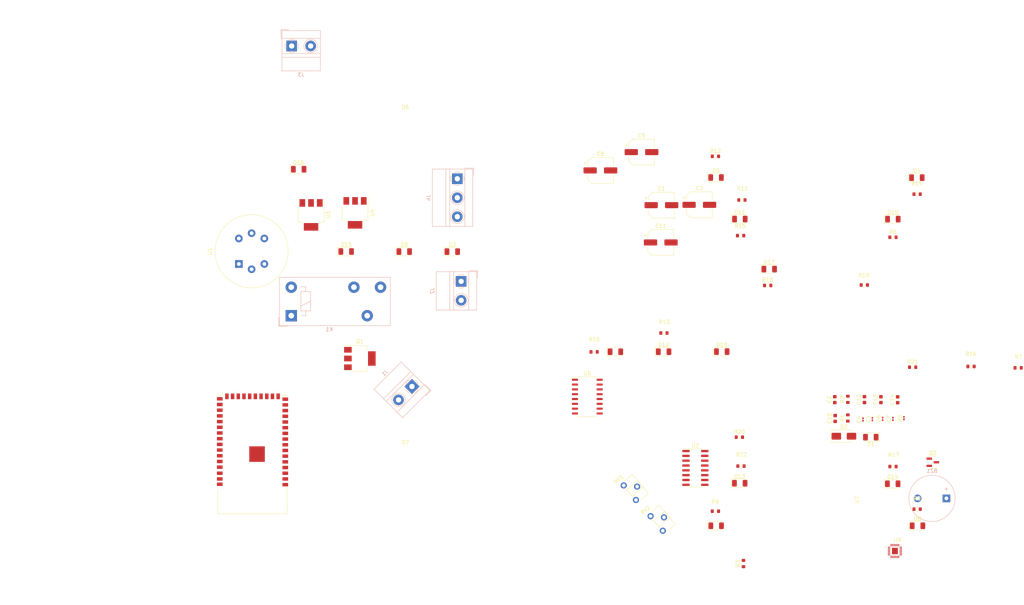
<source format=kicad_pcb>
(kicad_pcb (version 20221018) (generator pcbnew)
  (layers (0 "F.Cu" signal) (31 "B.Cu" signal) (34 "B.Paste" user) (35 "F.Paste" user) (36 "B.SilkS" user "B.Silkscreen") (37 "F.SilkS" user "F.Silkscreen") (38 "B.Mask" user) (39 "F.Mask" user) (44 "Edge.Cuts" user))
  (net 0 "")
  (net 1 "3.3V")
  (net 2 "Net-(BZ1-+)")
  (net 3 "/Controlador/Pin_Sensor_Gas")
  (net 4 "Earth")
  (net 5 "Net-(U1-A1)")
  (net 6 "5V")
  (net 7 "Net-(D2-K)")
  (net 8 "Net-(J4-Pin_3)")
  (net 9 "/Controlador/Pin_Sensor_GasEx")
  (net 10 "Net-(U9-REGOUT)")
  (net 11 "Net-(D1-A)")
  (net 12 "Positivo de Baateria")
  (net 13 "Net-(D3-K)")
  (net 14 "Net-(D3-A)")
  (net 15 "Tira 2")
  (net 16 "Net-(D4-A)")
  (net 17 "Tira 3")
  (net 18 "Net-(D5-A)")
  (net 19 "/Controlador/INPUT_RL")
  (net 20 "Net-(D6-A)")
  (net 21 "/Controlador/OUT_RL")
  (net 22 "Net-(D7-A)")
  (net 24 "Net-(D8-A)")
  (net 26 "Net-(D9-A)")
  (net 28 "Net-(D10-A)")
  (net 30 "Net-(D11-A)")
  (net 32 "Net-(D12-A)")
  (net 34 "Net-(D13-A)")
  (net 35 "Net-(D14-A)")
  (net 36 "Net-(D15-A)")
  (net 37 "Net-(D16-A)")
  (net 38 "Net-(D17-A)")
  (net 39 "Net-(D18-A)")
  (net 40 "Positivo de bateria")
  (net 42 "/Controlador/SALIDA TRANSISTOR")
  (net 44 "/Controlador/Modulo de Diodos/D1")
  (net 45 "Net-(Q1-G)")
  (net 46 "Net-(Q2-B)")
  (net 47 "/Buzzer/Activador del buzzer")
  (net 48 "Activador de transistor")
  (net 49 "/Controlador/Modulo de Diodos/EN_D1")
  (net 50 "/Controlador/Modulo de Diodos/EN_D2")
  (net 51 "/Controlador/Modulo de Diodos/EN_D3")
  (net 52 "/Controlador/Modulo de Diodos/EN_D4")
  (net 53 "/Controlador/Modulo de Diodos/EN_D5")
  (net 54 "/Controlador/Modulo de Diodos/EN_D6")
  (net 55 "/Controlador/Modulo de Diodos/EN_D7")
  (net 56 "/Controlador/Modulo de Diodos/D7")
  (net 57 "/Controlador/Modulo de Diodos/D6")
  (net 58 "/Controlador/Modulo de Diodos/D5")
  (net 59 "/Controlador/Modulo de Diodos/D4")
  (net 60 "/Controlador/Modulo de Diodos/D3")
  (net 61 "/Controlador/Pin_Activador_LEDr")
  (net 63 "GNDREF")
  (net 65 "/Controlador/Pin_Activador_LEDam")
  (net 72 "/Controlador/SDA")
  (net 73 "/Controlador/SCL")
  (net 88 "/Controlador/Pin_Activador_LEDaz")
  (net 98 "/Giroscopio/Salida_Giroscopio")
  (footprint "LED_SMD:LED_1206_3216Metric" (layer "F.Cu") (at 185.148 115.314)
    (fp_text reference "D6" (at -55.33 -64.42) (layer "F.SilkS"))
    (fp_text value "LED")
    (pad "1" smd roundrect (at -1.4 0) (size 1.25 1.75) (layers "F.Cu" "F.Paste" "F.Mask") (roundrect_rratio 0.2) (net 13 "Net-(D3-K)"))
    (pad "2" smd roundrect (at 1.4 0) (size 1.25 1.75) (layers "F.Cu" "F.Paste" "F.Mask") (roundrect_rratio 0.2) (net 20 "Net-(D6-A)"))
  )
  (footprint "Resistor_SMD:R_0603_1608Metric" (layer "F.Cu") (at 211.483 157.304)
    (fp_text reference "R9" (at -0.105 -2.5) (layer "F.SilkS"))
    (fp_text value "220")
    (pad "1" smd roundrect (at -0.825 0) (size 0.8 0.95) (layers "F.Cu" "F.Paste" "F.Mask") (net 6 "5V"))
    (pad "2" smd roundrect (at 0.825 0) (size 0.8 0.95) (layers "F.Cu" "F.Paste" "F.Mask") (net 28 "Net-(D10-A)"))
  )
  (footprint "Resistor_SMD:R_0603_1608Metric" (layer "F.Cu") (at 225.253 97.854)
    (fp_text reference "R18" (at 0 -1.43) (layer "F.SilkS"))
    (fp_text value "220")
    (pad "1" smd roundrect (at -0.825 0) (size 0.8 0.95) (layers "F.Cu" "F.Paste" "F.Mask") (net 6 "5V"))
    (pad "2" smd roundrect (at 0.825 0) (size 0.8 0.95) (layers "F.Cu" "F.Paste" "F.Mask") (net 37 "Net-(D16-A)"))
  )
  (footprint "Capacitor_SMD:C_0603_1608Metric" (layer "F.Cu") (at 242.918 127.919 90)
    (fp_text reference "C2" (at 0 -1.43 90) (layer "F.SilkS"))
    (fp_text value "C")
    (pad "1" smd roundrect (at -0.775 0 90) (size 0.9 0.95) (layers "F.Cu" "F.Paste" "F.Mask") (net 5 "Net-(U1-A1)"))
    (pad "2" smd roundrect (at 0.775 0 90) (size 0.9 0.95) (layers "F.Cu" "F.Paste" "F.Mask") (net 6 "5V"))
  )
  (footprint "Resistor_SMD:R_0603_1608Metric" (layer "F.Cu") (at 211.493 63.854)
    (fp_text reference "R12" (at 0 -1.43) (layer "F.SilkS"))
    (fp_text value "220")
    (pad "1" smd roundrect (at -0.825 0) (size 0.8 0.95) (layers "F.Cu" "F.Paste" "F.Mask") (net 6 "5V"))
    (pad "2" smd roundrect (at 0.825 0) (size 0.8 0.95) (layers "F.Cu" "F.Paste" "F.Mask") (net 18 "Net-(D5-A)"))
  )
  (footprint "LED_SMD:LED_1206_3216Metric" (layer "F.Cu") (at 264.698 161.134)
    (fp_text reference "D8" (at 0 -1.82) (layer "F.SilkS"))
    (fp_text value "LED")
    (pad "1" smd roundrect (at -1.4 0) (size 1.25 1.75) (layers "F.Cu" "F.Paste" "F.Mask") (roundrect_rratio 0.2) (net 13 "Net-(D3-K)"))
    (pad "2" smd roundrect (at 1.4 0) (size 1.25 1.75) (layers "F.Cu" "F.Paste" "F.Mask") (roundrect_rratio 0.2) (net 24 "Net-(D8-A)"))
  )
  (footprint "LED_SMD:LED_1206_3216Metric" (layer "F.Cu") (at 142.19 88.95)
    (fp_text reference "D3" (at 0 -1.82) (layer "F.SilkS"))
    (fp_text value "LED")
    (pad "1" smd roundrect locked (at -1.4 0) (size 1.25 1.75) (layers "F.Cu" "F.Paste" "F.Mask") (roundrect_rratio 0.2) (net 13 "Net-(D3-K)"))
    (pad "2" smd roundrect locked (at 1.4 0) (size 1.25 1.75) (layers "F.Cu" "F.Paste" "F.Mask") (roundrect_rratio 0.2) (net 14 "Net-(D3-A)"))
  )
  (footprint "LED_SMD:LED_1206_3216Metric" (layer "F.Cu") (at 252.4 137.81 180)
    (fp_text reference "D1" (at 0 -1.82) (layer "F.SilkS"))
    (fp_text value "LED")
    (pad "1" smd roundrect (at -1.4 0 180) (size 1.25 1.75) (layers "F.Cu" "F.Paste" "F.Mask") (roundrect_rratio 0.2) (net 4 "Earth"))
    (pad "2" smd roundrect (at 1.4 0 180) (size 1.25 1.75) (layers "F.Cu" "F.Paste" "F.Mask") (roundrect_rratio 0.2) (net 11 "Net-(D1-A)"))
  )
  (footprint "Resistor_SMD:R_0603_1608Metric" (layer "F.Cu") (at 278.793 119.184)
    (fp_text reference locked "R16" (at 0 -3.28) (layer "F.SilkS"))
    (fp_text value "220")
    (pad "1" smd roundrect (at -0.825 0) (size 0.8 0.95) (layers "F.Cu" "F.Paste" "F.Mask") (net 6 "5V"))
    (pad "2" smd roundrect (at 0.825 0) (size 0.8 0.95) (layers "F.Cu" "F.Paste" "F.Mask") (net 36 "Net-(D15-A)"))
  )
  (footprint "LED_SMD:LED_1206_3216Metric" (layer "F.Cu") (at 217.888 149.934)
    (fp_text reference "D13" (at 0 -1.82) (layer "F.SilkS"))
    (fp_text value "LED")
    (pad "1" smd roundrect (at -1.4 0) (size 1.25 1.75) (layers "F.Cu" "F.Paste" "F.Mask") (roundrect_rratio 0.2) (net 15 "Tira 2"))
    (pad "2" smd roundrect (at 1.4 0) (size 1.25 1.75) (layers "F.Cu" "F.Paste" "F.Mask") (roundrect_rratio 0.2) (net 34 "Net-(D13-A)"))
  )
  (footprint "Package_TO_SOT_SMD:SOT-23" (layer "F.Cu") (at 268.7345 144.414)
    (fp_text reference "Q2" (at 0 -2.4) (layer "F.SilkS"))
    (fp_text value "BC817")
    (pad "1" smd roundrect (at -0.9375 -0.95) (size 1.475 0.6) (layers "F.Cu" "F.Paste" "F.Mask") (net 46 "Net-(Q2-B)"))
    (pad "2" smd roundrect (at -0.9375 0.95) (size 1.475 0.6) (layers "F.Cu" "F.Paste" "F.Mask") (net 4 "Earth"))
    (pad "3" smd roundrect (at 0.9375 0) (size 1.475 0.6) (layers "F.Cu" "F.Paste" "F.Mask") (net 2 "Net-(BZ1-+)"))
  )
  (footprint "Capacitor_SMD:C_0603_1608Metric" (layer "F.Cu") (at 243.018 132.879 90)
    (fp_text reference "C10" (at 0 -1.43 90) (layer "F.SilkS"))
    (fp_text value "C")
    (pad "1" smd roundrect (at -0.775 0 90) (size 0.9 0.95) (layers "F.Cu" "F.Paste" "F.Mask") (net 6 "5V"))
    (pad "2" smd roundrect (at 0.775 0 90) (size 0.9 0.95) (layers "F.Cu" "F.Paste" "F.Mask") (net 8 "Net-(J4-Pin_3)"))
  )
  (footprint "Resistor_SMD:R_0603_1608Metric" (layer "F.Cu") (at 291.203 119.554)
    (fp_text reference "R7" (at 0.105 -2.9075) (layer "F.SilkS"))
    (fp_text value "220")
    (pad "1" smd roundrect (at -0.825 0) (size 0.8 0.95) (layers "F.Cu" "F.Paste" "F.Mask") (net 6 "5V"))
    (pad "2" smd roundrect (at 0.825 0) (size 0.8 0.95) (layers "F.Cu" "F.Paste" "F.Mask") (net 26 "Net-(D9-A)"))
  )
  (footprint "Capacitor_SMD:CP_Elec_6.3x7.7" (layer "F.Cu") (at 197.092 86.532)
    (fp_text reference "C11" (at 0 -4.35) (layer "F.SilkS"))
    (fp_text value "4.7 uF")
    (pad "1" smd roundrect (at -2.7 0) (size 3.5 1.6) (layers "F.Cu" "F.Paste" "F.Mask") (roundrect_rratio 0.15625) (net 9 "/Controlador/Pin_Sensor_GasEx"))
    (pad "2" smd roundrect (at 2.7 0) (size 3.5 1.6) (layers "F.Cu" "F.Paste" "F.Mask") (roundrect_rratio 0.15625) (net 4 "Earth"))
  )
  (footprint "Capacitor_SMD:C_0201_0603Metric" (layer "F.Cu") (at 255.518 132.979 90)
    (fp_text reference "C6" (at 0 -1.05 90) (layer "F.SilkS"))
    (fp_text value "100nf")
    (pad "1" smd roundrect (at -0.32 0 90) (size 0.46 0.4) (layers "F.Cu" "F.Mask") (net 1 "3.3V"))
    (pad "2" smd roundrect (at 0.32 0 90) (size 0.46 0.4) (layers "F.Cu" "F.Mask") (net 4 "Earth"))
  )
  (footprint "Capacitor_SMD:CP_Elec_6.3x3" (layer "F.Cu") (at 207.252 76.626)
    (fp_text reference "C3" (at 0 -4.35) (layer "F.SilkS"))
    (fp_text value "100uf")
    (pad "1" smd roundrect (at -2.7 0) (size 3.5 1.6) (layers "F.Cu" "F.Paste" "F.Mask") (roundrect_rratio 0.15625) (net 7 "Net-(D2-K)"))
    (pad "2" smd roundrect (at 2.7 0) (size 3.5 1.6) (layers "F.Cu" "F.Paste" "F.Mask") (roundrect_rratio 0.15625) (net 4 "Earth"))
  )
  (footprint "Resistor_SMD:R_0603_1608Metric" (layer "F.Cu") (at 263.413 119.384)
    (fp_text reference "R21" (at 0 -1.43) (layer "F.SilkS"))
    (fp_text value "220")
    (pad "1" smd roundrect (at -0.825 0) (size 0.8 0.95) (layers "F.Cu" "F.Paste" "F.Mask") (net 6 "5V"))
    (pad "2" smd roundrect (at 0.825 0) (size 0.8 0.95) (layers "F.Cu" "F.Paste" "F.Mask") (net 38 "Net-(D17-A)"))
  )
  (footprint "Sensor:MQ-6" (layer "F.Cu") (at 85.99 92.202 90)
    (fp_text reference "U1" (at 3.36 -7.64 90) (layer "F.SilkS"))
    (fp_text value "MQ-6")
    (pad "1" thru_hole rect (at 0 0 90) (size 2 2) (drill 1) (layers "*.Cu" "*.Mask") (net 3 "/Controlador/Pin_Sensor_Gas"))
    (pad "2" thru_hole circle (at -1.39 3.36 90) (size 2 2) (drill 1) (layers "*.Cu" "*.Mask") (net 5 "Net-(U1-A1)"))
    (pad "3" thru_hole circle (at 0 6.72 180) (size 2 2) (drill 1) (layers "*.Cu" "*.Mask") (net 3 "/Controlador/Pin_Sensor_Gas"))
    (pad "4" thru_hole circle (at 6.72 6.72 270) (size 2 2) (drill 1) (layers "*.Cu" "*.Mask") (net 5 "Net-(U1-A1)"))
    (pad "5" thru_hole circle (at 8.11 3.36 90) (size 2 2) (drill 1) (layers "*.Cu" "*.Mask") (net 4 "Earth"))
    (pad "6" thru_hole circle (at 6.72 0) (size 2 2) (drill 1) (layers "*.Cu" "*.Mask") (net 5 "Net-(U1-A1)"))
  )
  (footprint "Capacitor_SMD:C_0603_1608Metric" (layer "F.Cu") (at 250.728 127.914 90)
    (fp_text reference "C12" (at 0 -1.43 90) (layer "F.SilkS"))
    (fp_text value "0.1μF")
    (pad "1" smd roundrect (at -0.775 0 90) (size 0.9 0.95) (layers "F.Cu" "F.Paste" "F.Mask") (net 4 "Earth"))
    (pad "2" smd roundrect (at 0.775 0 90) (size 0.9 0.95) (layers "F.Cu" "F.Paste" "F.Mask") (net 1 "3.3V"))
  )
  (footprint "Resistor_SMD:R_0603_1608Metric" (layer "F.Cu") (at 258.233 85.164)
    (fp_text reference "R6" (at 0 -1.43) (layer "F.SilkS"))
    (fp_text value "220")
    (pad "1" smd roundrect (at -0.825 0) (size 0.8 0.95) (layers "F.Cu" "F.Paste" "F.Mask") (net 6 "5V"))
    (pad "2" smd roundrect (at 0.825 0) (size 0.8 0.95) (layers "F.Cu" "F.Paste" "F.Mask") (net 24 "Net-(D8-A)"))
  )
  (footprint "Capacitor_SMD:C_0603_1608Metric" (layer "F.Cu") (at 255.068 127.929 90)
    (fp_text reference "C13" (at 0 -1.43 90) (layer "F.SilkS"))
    (fp_text value "0.1μF")
    (pad "1" smd roundrect (at -0.775 0 90) (size 0.9 0.95) (layers "F.Cu" "F.Paste" "F.Mask") (net 10 "Net-(U9-REGOUT)"))
    (pad "2" smd roundrect (at 0.775 0 90) (size 0.9 0.95) (layers "F.Cu" "F.Paste" "F.Mask") (net 4 "Earth"))
  )
  (footprint "Package_SO:SOIC-16_4.55x10.3mm_P1.27mm" (layer "F.Cu") (at 177.748 127.127)
    (fp_text reference "U5" (at 0 -6.1) (layer "F.SilkS"))
    (fp_text value "ULN2003")
    (pad "1" smd roundrect (at -3.25 -4.445) (size 1.6 0.55) (layers "F.Cu" "F.Paste" "F.Mask") (net 61 "/Controlador/Pin_Activador_LEDr"))
    (pad "2" smd roundrect (at -3.25 -3.175) (size 1.6 0.55) (layers "F.Cu" "F.Paste" "F.Mask") (net 65 "/Controlador/Pin_Activador_LEDam"))
    (pad "3" smd roundrect (at -3.25 -1.905) (size 1.6 0.55) (layers "F.Cu" "F.Paste" "F.Mask") (net 88 "/Controlador/Pin_Activador_LEDaz"))
    (pad "4" smd roundrect (at -3.25 -0.635) (size 1.6 0.55) (layers "F.Cu" "F.Paste" "F.Mask"))
    (pad "5" smd roundrect (at -3.25 0.635) (size 1.6 0.55) (layers "F.Cu" "F.Paste" "F.Mask"))
    (pad "6" smd roundrect (at -3.25 1.905) (size 1.6 0.55) (layers "F.Cu" "F.Paste" "F.Mask"))
    (pad "7" smd roundrect (at -3.25 3.175) (size 1.6 0.55) (layers "F.Cu" "F.Paste" "F.Mask"))
    (pad "8" smd roundrect (at -3.25 4.445) (size 1.6 0.55) (layers "F.Cu" "F.Paste" "F.Mask") (net 63 "GNDREF"))
    (pad "9" smd roundrect (at 3.25 4.445) (size 1.6 0.55) (layers "F.Cu" "F.Paste" "F.Mask") (net 63 "GNDREF"))
    (pad "10" smd roundrect (at 3.25 3.175) (size 1.6 0.55) (layers "F.Cu" "F.Paste" "F.Mask"))
    (pad "11" smd roundrect (at 3.25 1.905) (size 1.6 0.55) (layers "F.Cu" "F.Paste" "F.Mask"))
    (pad "12" smd roundrect (at 3.25 0.635) (size 1.6 0.55) (layers "F.Cu" "F.Paste" "F.Mask"))
    (pad "13" smd roundrect (at 3.25 -0.635) (size 1.6 0.55) (layers "F.Cu" "F.Paste" "F.Mask"))
    (pad "14" smd roundrect (at 3.25 -1.905) (size 1.6 0.55) (layers "F.Cu" "F.Paste" "F.Mask") (net 17 "Tira 3"))
    (pad "15" smd roundrect (at 3.25 -3.175) (size 1.6 0.55) (layers "F.Cu" "F.Paste" "F.Mask") (net 15 "Tira 2"))
    (pad "16" smd roundrect (at 3.25 -4.445) (size 1.6 0.55) (layers "F.Cu" "F.Paste" "F.Mask") (net 13 "Net-(D3-K)"))
  )
  (footprint "LED_SMD:LED_1206_3216Metric" (layer "F.Cu") (at 258.168 150.074)
    (fp_text reference "D14" (at 0 -1.82) (layer "F.SilkS"))
    (fp_text value "LED")
    (pad "1" smd roundrect (at -1.4 0) (size 1.25 1.75) (layers "F.Cu" "F.Paste" "F.Mask") (roundrect_rratio 0.2) (net 15 "Tira 2"))
    (pad "2" smd roundrect (at 1.4 0) (size 1.25 1.75) (layers "F.Cu" "F.Paste" "F.Mask") (roundrect_rratio 0.2) (net 35 "Net-(D14-A)"))
  )
  (footprint "Resistor_SMD:R_0603_1608Metric" (layer "F.Cu") (at 179.543 115.354)
    (fp_text reference "R10" (at 0 -3.28) (layer "F.SilkS"))
    (fp_text value "220")
    (pad "1" smd roundrect (at -0.825 0) (size 0.8 0.95) (layers "F.Cu" "F.Paste" "F.Mask") (net 6 "5V"))
    (pad "2" smd roundrect (at 0.825 0) (size 0.8 0.95) (layers "F.Cu" "F.Paste" "F.Mask") (net 20 "Net-(D6-A)"))
  )
  (footprint "Resistor_SMD:R_0603_1608Metric" (layer "F.Cu") (at 218.453 75.354)
    (fp_text reference "R11" (at 0.15 -3.04) (layer "F.SilkS"))
    (fp_text value "220")
    (pad "1" smd roundrect (at -0.825 0) (size 0.8 0.95) (layers "F.Cu" "F.Paste" "F.Mask") (net 6 "5V"))
    (pad "2" smd roundrect (at 0.825 0) (size 0.8 0.95) (layers "F.Cu" "F.Paste" "F.Mask") (net 30 "Net-(D11-A)"))
  )
  (footprint "RF_Module:ESP32-S2-WROVER" (layer "F.Cu") (at 89.59 138.53 180)
    (fp_text reference "U7" (at -159.178 -15.774 90) (layer "F.SilkS"))
    (fp_text value "ESP32-S2-WROVER-I")
    (pad "1" smd rect (at -8.625 -11.775 180) (size 1.5 0.9) (layers "F.Cu" "F.Paste" "F.Mask") (net 4 "Earth"))
    (pad "2" smd rect (at -8.625 -10.275 180) (size 1.5 0.9) (layers "F.Cu" "F.Paste" "F.Mask") (net 1 "3.3V"))
    (pad "3" smd rect (at -8.625 -8.775 180) (size 1.5 0.9) (layers "F.Cu" "F.Paste" "F.Mask"))
    (pad "4" smd rect (at -8.625 -7.275 180) (size 1.5 0.9) (layers "F.Cu" "F.Paste" "F.Mask") (net 3 "/Controlador/Pin_Sensor_Gas"))
    (pad "5" smd rect (at -8.625 -5.775 180) (size 1.5 0.9) (layers "F.Cu" "F.Paste" "F.Mask") (net 9 "/Controlador/Pin_Sensor_GasEx"))
    (pad "6" smd rect (at -8.625 -4.275 180) (size 1.5 0.9) (layers "F.Cu" "F.Paste" "F.Mask"))
    (pad "7" smd rect (at -8.625 -2.775 180) (size 1.5 0.9) (layers "F.Cu" "F.Paste" "F.Mask"))
    (pad "8" smd rect (at -8.625 -1.275 180) (size 1.5 0.9) (layers "F.Cu" "F.Paste" "F.Mask"))
    (pad "9" smd rect (at -8.625 0.225 180) (size 1.5 0.9) (layers "F.Cu" "F.Paste" "F.Mask"))
    (pad "10" smd rect (at -8.625 1.725 180) (size 1.5 0.9) (layers "F.Cu" "F.Paste" "F.Mask"))
    (pad "11" smd rect (at -8.625 3.225 180) (size 1.5 0.9) (layers "F.Cu" "F.Paste" "F.Mask") (net 72 "/Controlador/SDA"))
    (pad "12" smd rect (at -8.625 4.725 180) (size 1.5 0.9) (layers "F.Cu" "F.Paste" "F.Mask") (net 73 "/Controlador/SCL"))
    (pad "13" smd rect (at -8.625 6.225 180) (size 1.5 0.9) (layers "F.Cu" "F.Paste" "F.Mask"))
    (pad "14" smd rect (at -8.625 7.725 180) (size 1.5 0.9) (layers "F.Cu" "F.Paste" "F.Mask"))
    (pad "15" smd rect (at -8.625 9.225) (size 1.5 0.9) (layers "F.Cu" "F.Paste" "F.Mask"))
    (pad "16" smd rect (at -8.625 10.725) (size 1.5 0.9) (layers "F.Cu" "F.Paste" "F.Mask"))
    (pad "17" smd rect (at -6.75 11.475 180) (size 0.9 1.5) (layers "F.Cu" "F.Paste" "F.Mask"))
    (pad "18" smd rect (at -5.25 11.475 180) (size 0.9 1.5) (layers "F.Cu" "F.Paste" "F.Mask"))
    (pad "19" smd rect (at -3.75 11.475 180) (size 0.9 1.5) (layers "F.Cu" "F.Paste" "F.Mask"))
    (pad "20" smd rect (at -2.25 11.475 180) (size 0.9 1.5) (layers "F.Cu" "F.Paste" "F.Mask"))
    (pad "21" smd rect (at -0.75 11.475 180) (size 0.9 1.5) (layers "F.Cu" "F.Paste" "F.Mask"))
    (pad "22" smd rect (at 0.75 11.475 180) (size 0.9 1.5) (layers "F.Cu" "F.Paste" "F.Mask"))
    (pad "23" smd rect (at 2.25 11.475 180) (size 0.9 1.5) (layers "F.Cu" "F.Paste" "F.Mask"))
    (pad "24" smd rect (at 3.75 11.475 180) (size 0.9 1.5) (layers "F.Cu" "F.Paste" "F.Mask"))
    (pad "25" smd rect (at 5.25 11.475 180) (size 0.9 1.5) (layers "F.Cu" "F.Paste" "F.Mask") (net 49 "/Controlador/Modulo de Diodos/EN_D1"))
    (pad "26" smd rect (at 6.75 11.475 180) (size 0.9 1.5) (layers "F.Cu" "F.Paste" "F.Mask") (net 4 "Earth"))
    (pad "27" smd rect (at 8.625 10.825 180) (size 1.5 0.9) (layers "F.Cu" "F.Paste" "F.Mask") (net 50 "/Controlador/Modulo de Diodos/EN_D2"))
    (pad "28" smd rect (at 8.625 9.325 180) (size 1.5 0.9) (layers "F.Cu" "F.Paste" "F.Mask"))
    (pad "29" smd rect (at 8.625 7.825 180) (size 1.5 0.9) (layers "F.Cu" "F.Paste" "F.Mask"))
    (pad "30" smd rect (at 8.625 6.325 180) (size 1.5 0.9) (layers "F.Cu" "F.Paste" "F.Mask") (net 65 "/Controlador/Pin_Activador_LEDam"))
    (pad "31" smd rect (at 8.625 4.825 180) (size 1.5 0.9) (layers "F.Cu" "F.Paste" "F.Mask") (net 88 "/Controlador/Pin_Activador_LEDaz"))
    (pad "32" smd rect (at 8.625 3.325 180) (size 1.5 0.9) (layers "F.Cu" "F.Paste" "F.Mask") (net 61 "/Controlador/Pin_Activador_LEDr"))
    (pad "33" smd rect (at 8.625 1.825 180) (size 1.5 0.9) (layers "F.Cu" "F.Paste" "F.Mask"))
    (pad "34" smd rect (at 8.625 0.325 180) (size 1.5 0.9) (layers "F.Cu" "F.Paste" "F.Mask"))
    (pad "35" smd rect (at 8.625 -1.175 180) (size 1.5 0.9) (layers "F.Cu" "F.Paste" "F.Mask"))
    (pad "36" smd rect (at 8.625 -2.675 180) (size 1.5 0.9) (layers "F.Cu" "F.Paste" "F.Mask"))
    (pad "37" smd rect (at 8.625 -4.175 180) (size 1.5 0.9) (layers "F.Cu" "F.Paste" "F.Mask"))
    (pad "38" smd rect (at 8.625 -5.675 180) (size 1.5 0.9) (layers "F.Cu" "F.Paste" "F.Mask"))
    (pad "39" smd rect (at 8.625 -7.175 180) (size 1.5 0.9) (layers "F.Cu" "F.Paste" "F.Mask") (net 47 "/Buzzer/Activador del buzzer"))
    (pad "40" smd rect (at 8.625 -8.775 180) (size 1.5 0.9) (layers "F.Cu" "F.Paste" "F.Mask"))
    (pad "41" smd rect (at 8.625 -10.275 180) (size 1.5 0.9) (layers "F.Cu" "F.Paste" "F.Mask"))
    (pad "42" smd rect (at 8.625 -11.675 180) (size 1.5 0.9) (layers "F.Cu" "F.Paste" "F.Mask") (net 4 "Earth"))
    (pad "43" smd rect (at -1.19 -3.735 180) (size 4.1 4.1) (layers "F.Cu" "F.Paste" "F.Mask") (net 4 "Earth"))
  )
  (footprint "LED_SMD:LED_1206_3216Metric" (layer "F.Cu") (at 114.25 88.92)
    (fp_text reference "D15" (at 0 -1.82) (layer "F.SilkS"))
    (fp_text value "LED")
    (pad "1" smd roundrect locked (at -1.4 0) (size 1.25 1.75) (layers "F.Cu" "F.Paste" "F.Mask") (roundrect_rratio 0.2) (net 17 "Tira 3"))
    (pad "2" smd roundrect locked (at 1.4 0) (size 1.25 1.75) (layers "F.Cu" "F.Paste" "F.Mask") (roundrect_rratio 0.2) (net 36 "Net-(D15-A)"))
  )
  (footprint "Resistor_SMD:R_0201_0603Metric" (layer "F.Cu") (at 261.128 132.804 90)
    (fp_text reference "R5" (at 0 -1.05 90) (layer "F.SilkS"))
    (fp_text value "220")
    (pad "1" smd roundrect (at -0.32 0 90) (size 0.46 0.4) (layers "F.Cu" "F.Mask") (net 12 "Positivo de Baateria"))
    (pad "2" smd roundrect (at 0.32 0 90) (size 0.46 0.4) (layers "F.Cu" "F.Mask") (net 11 "Net-(D1-A)"))
  )
  (footprint "Resistor_SMD:R_0603_1608Metric" (layer "F.Cu") (at 246.358 132.754 90)
    (fp_text reference "R1" (at 0 -1.43 90) (layer "F.SilkS"))
    (fp_text value "100")
    (pad "1" smd roundrect (at -0.825 0 90) (size 0.8 0.95) (layers "F.Cu" "F.Paste" "F.Mask") (net 9 "/Controlador/Pin_Sensor_GasEx"))
    (pad "2" smd roundrect (at 0.825 0 90) (size 0.8 0.95) (layers "F.Cu" "F.Paste" "F.Mask") (net 4 "Earth"))
  )
  (footprint "Diode_SMD:D_SMA" (layer "F.Cu") (at 245.32 137.556)
    (fp_text reference "D2" (at 0 -2.5) (layer "F.SilkS"))
    (fp_text value "M1")
    (pad "1" smd roundrect (at -2 0) (size 2.5 1.8) (layers "F.Cu" "F.Paste" "F.Mask") (roundrect_rratio 0.1388888889) (net 7 "Net-(D2-K)"))
    (pad "2" smd roundrect (at 2 0) (size 2.5 1.8) (layers "F.Cu" "F.Paste" "F.Mask") (roundrect_rratio 0.1388888889) (net 12 "Positivo de Baateria"))
  )
  (footprint "Resistor_SMD:R_0603_1608Metric" (layer "F.Cu") (at 250.693 97.734)
    (fp_text reference "R19" (at -0.105 -2.5) (layer "F.SilkS"))
    (fp_text value "220")
    (pad "1" smd roundrect (at -0.825 0) (size 0.8 0.95) (layers "F.Cu" "F.Paste" "F.Mask") (net 6 "5V"))
    (pad "2" smd roundrect (at 0.825 0) (size 0.8 0.95) (layers "F.Cu" "F.Paste" "F.Mask") (net 14 "Net-(D3-A)"))
  )
  (footprint "LED_SMD:LED_1206_3216Metric" (layer "F.Cu") (at 225.648 93.554)
    (fp_text reference "D17" (at 0 -1.82) (layer "F.SilkS"))
    (fp_text value "LED")
    (pad "1" smd roundrect (at -1.4 0) (size 1.25 1.75) (layers "F.Cu" "F.Paste" "F.Mask") (roundrect_rratio 0.2) (net 17 "Tira 3"))
    (pad "2" smd roundrect (at 1.4 0) (size 1.25 1.75) (layers "F.Cu" "F.Paste" "F.Mask") (roundrect_rratio 0.2) (net 38 "Net-(D17-A)"))
  )
  (footprint "Resistor_SMD:R_0603_1608Metric" (layer "F.Cu") (at 217.793 137.81)
    (fp_text reference "R20" (at 0 -1.43) (layer "F.SilkS"))
    (fp_text value "220")
    (pad "1" smd roundrect (at -0.825 0) (size 0.8 0.95) (layers "F.Cu" "F.Paste" "F.Mask") (net 48 "Activador de transistor"))
    (pad "2" smd roundrect (at 0.825 0) (size 0.8 0.95) (layers "F.Cu" "F.Paste" "F.Mask") (net 45 "Net-(Q1-G)"))
  )
  (footprint "Package_TO_SOT_SMD:SOT-223" (layer "F.Cu") (at 117.856 117.094)
    (fp_text reference "Q1" (at 0 -4.5) (layer "F.SilkS"))
    (fp_text value "BSP75N")
    (pad "1" smd rect (at -3.15 -2.3) (size 2 1.5) (layers "F.Cu" "F.Paste" "F.Mask") (net 45 "Net-(Q1-G)"))
    (pad "2" smd rect (at -3.15 0) (size 2 1.5) (layers "F.Cu" "F.Paste" "F.Mask") (net 42 "/Controlador/SALIDA TRANSISTOR"))
    (pad "3" smd rect (at -3.15 2.3) (size 2 1.5) (layers "F.Cu" "F.Paste" "F.Mask") (net 4 "Earth"))
    (pad "4" smd rect (at 3.15 0) (size 2 3.8) (layers "F.Cu" "F.Paste" "F.Mask") (net 4 "Earth"))
  )
  (footprint "Resistor_SMD:R_0603_1608Metric" (layer "F.Cu") (at 246.358 127.844 90)
    (fp_text reference "R2" (at 0 -1.43 90) (layer "F.SilkS"))
    (fp_text value "100")
    (pad "1" smd roundrect (at -0.825 0 90) (size 0.8 0.95) (layers "F.Cu" "F.Paste" "F.Mask") (net 3 "/Controlador/Pin_Sensor_Gas"))
    (pad "2" smd roundrect (at 0.825 0 90) (size 0.8 0.95) (layers "F.Cu" "F.Paste" "F.Mask") (net 4 "Earth"))
  )
  (footprint "Resistor_SMD:R_0603_1608Metric" (layer "F.Cu") (at 218.213 145.424)
    (fp_text reference "R22" (at 0.15 -3.04) (layer "F.SilkS"))
    (fp_text value "220")
    (pad "1" smd roundrect (at -0.825 0) (size 0.8 0.95) (layers "F.Cu" "F.Paste" "F.Mask") (net 6 "5V"))
    (pad "2" smd roundrect (at 0.825 0) (size 0.8 0.95) (layers "F.Cu" "F.Paste" "F.Mask") (net 39 "Net-(D18-A)"))
  )
  (footprint "LED_SMD:LED_1206_3216Metric" (layer "F.Cu") (at 264.528 69.464)
    (fp_text reference "D4" (at 0 -1.82) (layer "F.SilkS"))
    (fp_text value "LED")
    (pad "1" smd roundrect (at -1.4 0) (size 1.25 1.75) (layers "F.Cu" "F.Paste" "F.Mask") (roundrect_rratio 0.2) (net 13 "Net-(D3-K)"))
    (pad "2" smd roundrect (at 1.4 0) (size 1.25 1.75) (layers "F.Cu" "F.Paste" "F.Mask") (roundrect_rratio 0.2) (net 16 "Net-(D4-A)"))
  )
  (footprint "Capacitor_SMD:CP_Elec_6.3x3" (layer "F.Cu") (at 192.024 62.738)
    (fp_text reference "C9" (at 0 -4.35) (layer "F.SilkS"))
    (fp_text value "22uf")
    (pad "1" smd roundrect (at -2.7 0) (size 3.5 1.6) (layers "F.Cu" "F.Paste" "F.Mask") (roundrect_rratio 0.15625) (net 6 "5V"))
    (pad "2" smd roundrect (at 2.7 0) (size 3.5 1.6) (layers "F.Cu" "F.Paste" "F.Mask") (roundrect_rratio 0.15625) (net 4 "Earth"))
  )
  (footprint "Resistor_SMD:R_0603_1608Metric" (layer "F.Cu") (at 218.113 84.734)
    (fp_text reference "R15" (at -0.105 -2.5) (layer "F.SilkS"))
    (fp_text value "220")
    (pad "1" smd roundrect (at -0.825 0) (size 0.8 0.95) (layers "F.Cu" "F.Paste" "F.Mask") (net 6 "5V"))
    (pad "2" smd roundrect (at 0.825 0) (size 0.8 0.95) (layers "F.Cu" "F.Paste" "F.Mask") (net 34 "Net-(D13-A)"))
  )
  (footprint "Capacitor_SMD:C_0201_0603Metric" (layer "F.Cu") (at 250.348 133.144 90)
    (fp_text reference "C4" (at 0 -1.05 90) (layer "F.SilkS"))
    (fp_text value "100nf")
    (pad "1" smd roundrect (at -0.32 0 90) (size 0.46 0.4) (layers "F.Cu" "F.Mask") (net 7 "Net-(D2-K)"))
    (pad "2" smd roundrect (at 0.32 0 90) (size 0.46 0.4) (layers "F.Cu" "F.Mask") (net 4 "Earth"))
  )
  (footprint "LED_SMD:LED_1206_3216Metric" (layer "F.Cu") (at 211.678 161.134)
    (fp_text reference "D7" (at -81.83 -21.93) (layer "F.SilkS"))
    (fp_text value "LED")
    (pad "1" smd roundrect (at -1.4 0) (size 1.25 1.75) (layers "F.Cu" "F.Paste" "F.Mask") (roundrect_rratio 0.2) (net 13 "Net-(D3-K)"))
    (pad "2" smd roundrect (at 1.4 0) (size 1.25 1.75) (layers "F.Cu" "F.Paste" "F.Mask") (roundrect_rratio 0.2) (net 22 "Net-(D7-A)"))
  )
  (footprint "Potentiometer_THT:Potentiometer_ACP_CA6-H2,5_Horizontal" (layer "F.Cu") (at 187.344062 150.513778 40)
    (fp_text reference "RV1" (at 0 -2.06 40) (layer "F.SilkS"))
    (fp_text value "60K")
    (pad "1" thru_hole circle (at 0 0 40) (size 1.62 1.62) (drill 0.9) (layers "*.Cu" "*.Mask") (net 3 "/Controlador/Pin_Sensor_Gas"))
    (pad "2" thru_hole circle (at 2.5 2.5 40) (size 1.62 1.62) (drill 0.9) (layers "*.Cu" "*.Mask") (net 4 "Earth"))
    (pad "3" thru_hole circle (at 0 5 40) (size 1.62 1.62) (drill 0.9) (layers "*.Cu" "*.Mask") (net 4 "Earth"))
  )
  (footprint "Capacitor_SMD:C_0201_0603Metric" (layer "F.Cu") (at 252.818 133.064 90)
    (fp_text reference "C5" (at 0 -1.05 90) (layer "F.SilkS"))
    (fp_text value "100nf")
    (pad "1" smd roundrect (at -0.32 0 90) (size 0.46 0.4) (layers "F.Cu" "F.Mask") (net 7 "Net-(D2-K)"))
    (pad "2" smd roundrect (at 0.32 0 90) (size 0.46 0.4) (layers "F.Cu" "F.Mask") (net 4 "Earth"))
  )
  (footprint "Resistor_SMD:R_0603_1608Metric" (layer "F.Cu") (at 197.923 110.374)
    (fp_text reference "R13" (at 0.105 -2.9075) (layer "F.SilkS"))
    (fp_text value "220")
    (pad "1" smd roundrect (at -0.825 0) (size 0.8 0.95) (layers "F.Cu" "F.Paste" "F.Mask") (net 6 "5V"))
    (pad "2" smd roundrect (at 0.825 0) (size 0.8 0.95) (layers "F.Cu" "F.Paste" "F.Mask") (net 32 "Net-(D12-A)"))
  )
  (footprint "Resistor_SMD:R_0603_1608Metric" (layer "F.Cu") (at 264.593 73.814)
    (fp_text reference "R14" (at -0.045 -2.7825) (layer "F.SilkS"))
    (fp_text value "220")
    (pad "1" smd roundrect (at -0.825 0) (size 0.8 0.95) (layers "F.Cu" "F.Paste" "F.Mask") (net 6 "5V"))
    (pad "2" smd roundrect (at 0.825 0) (size 0.8 0.95) (layers "F.Cu" "F.Paste" "F.Mask") (net 16 "Net-(D4-A)"))
  )
  (footprint "LED_SMD:LED_1206_3216Metric" (layer "F.Cu") (at 211.648 69.434)
    (fp_text reference "D5" (at 0 -1.82) (layer "F.SilkS"))
    (fp_text value "LED")
    (pad "1" smd roundrect (at -1.4 0) (size 1.25 1.75) (layers "F.Cu" "F.Paste" "F.Mask") (roundrect_rratio 0.2) (net 13 "Net-(D3-K)"))
    (pad "2" smd roundrect (at 1.4 0) (size 1.25 1.75) (layers "F.Cu" "F.Paste" "F.Mask") (roundrect_rratio 0.2) (net 18 "Net-(D5-A)"))
  )
  (footprint "LED_SMD:LED_1206_3216Metric" (layer "F.Cu") (at 213.158 115.274)
    (fp_text reference "D18" (at 0 -1.82) (layer "F.SilkS"))
    (fp_text value "LED")
    (pad "1" smd roundrect (at -1.4 0) (size 1.25 1.75) (layers "F.Cu" "F.Paste" "F.Mask") (roundrect_rratio 0.2) (net 17 "Tira 3"))
    (pad "2" smd roundrect (at 1.4 0) (size 1.25 1.75) (layers "F.Cu" "F.Paste" "F.Mask") (roundrect_rratio 0.2) (net 39 "Net-(D18-A)"))
  )
  (footprint "MPU-6500:QFN40P300X300X95-25N" (layer "F.Cu") (at 258.75 167.782)
    (fp_text reference "U9" (at 0.675 -2.885) (layer "F.SilkS"))
    (fp_text value "MPU-6500")
    (pad "1" smd roundrect (at -1.545 -1) (size 0.64 0.22) (layers "F.Cu" "F.Paste" "F.Mask") (roundrect_rratio 0.03))
    (pad "2" smd roundrect (at -1.545 -0.6) (size 0.64 0.22) (layers "F.Cu" "F.Paste" "F.Mask") (roundrect_rratio 0.03))
    (pad "3" smd roundrect (at -1.545 -0.2) (size 0.64 0.22) (layers "F.Cu" "F.Paste" "F.Mask") (roundrect_rratio 0.03))
    (pad "4" smd roundrect (at -1.545 0.2) (size 0.64 0.22) (layers "F.Cu" "F.Paste" "F.Mask") (roundrect_rratio 0.03))
    (pad "5" smd roundrect (at -1.545 0.6) (size 0.64 0.22) (layers "F.Cu" "F.Paste" "F.Mask") (roundrect_rratio 0.03))
    (pad "6" smd roundrect (at -1.545 1) (size 0.64 0.22) (layers "F.Cu" "F.Paste" "F.Mask") (roundrect_rratio 0.03))
    (pad "7" smd roundrect (at -1 1.545 90) (size 0.64 0.22) (layers "F.Cu" "F.Paste" "F.Mask") (roundrect_rratio 0.03))
    (pad "8" smd roundrect (at -0.6 1.545 90) (size 0.64 0.22) (layers "F.Cu" "F.Paste" "F.Mask") (roundrect_rratio 0.03) (net 1 "3.3V"))
    (pad "9" smd roundrect (at -0.2 1.545 90) (size 0.64 0.22) (layers "F.Cu" "F.Paste" "F.Mask") (roundrect_rratio 0.03) (net 98 "/Giroscopio/Salida_Giroscopio"))
    (pad "10" smd roundrect (at 0.2 1.545 90) (size 0.64 0.22) (layers "F.Cu" "F.Paste" "F.Mask") (roundrect_rratio 0.03) (net 10 "Net-(U9-REGOUT)"))
    (pad "11" smd roundrect (at 0.6 1.545 90) (size 0.64 0.22) (layers "F.Cu" "F.Paste" "F.Mask") (roundrect_rratio 0.03) (net 4 "Earth"))
    (pad "12" smd roundrect (at 1 1.545 90) (size 0.64 0.22) (layers "F.Cu" "F.Paste" "F.Mask") (roundrect_rratio 0.03) (net 1 "3.3V"))
    (pad "13" smd roundrect (at 1.545 1) (size 0.64 0.22) (layers "F.Cu" "F.Paste" "F.Mask") (roundrect_rratio 0.03) (net 1 "3.3V"))
    (pad "14" smd roundrect (at 1.545 0.6) (size 0.64 0.22) (layers "F.Cu" "F.Paste" "F.Mask") (roundrect_rratio 0.03))
    (pad "15" smd roundrect (at 1.545 0.2) (size 0.64 0.22) (layers "F.Cu" "F.Paste" "F.Mask") (roundrect_rratio 0.03))
    (pad "16" smd roundrect (at 1.545 -0.2) (size 0.64 0.22) (layers "F.Cu" "F.Paste" "F.Mask") (roundrect_rratio 0.03))
    (pad "17" smd roundrect (at 1.545 -0.6) (size 0.64 0.22) (layers "F.Cu" "F.Paste" "F.Mask") (roundrect_rratio 0.03))
    (pad "18" smd roundrect (at 1.545 -1) (size 0.64 0.22) (layers "F.Cu" "F.Paste" "F.Mask") (roundrect_rratio 0.03) (net 4 "Earth"))
    (pad "19" smd roundrect (at 1 -1.545 90) (size 0.64 0.22) (layers "F.Cu" "F.Paste" "F.Mask") (roundrect_rratio 0.03))
    (pad "20" smd roundrect (at 0.6 -1.545 90) (size 0.64 0.22) (layers "F.Cu" "F.Paste" "F.Mask") (roundrect_rratio 0.03) (net 4 "Earth"))
    (pad "21" smd roundrect (at 0.2 -1.545 90) (size 0.64 0.22) (layers "F.Cu" "F.Paste" "F.Mask") (roundrect_rratio 0.03))
    (pad "22" smd roundrect (at -0.2 -1.545 90) (size 0.64 0.22) (layers "F.Cu" "F.Paste" "F.Mask") (roundrect_rratio 0.03) (net 1 "3.3V"))
    (pad "23" smd roundrect (at -0.6 -1.545 90) (size 0.64 0.22) (layers "F.Cu" "F.Paste" "F.Mask") (roundrect_rratio 0.03) (net 72 "/Controlador/SDA"))
    (pad "24" smd roundrect (at -1 -1.545 90) (size 0.64 0.22) (layers "F.Cu" "F.Paste" "F.Mask") (roundrect_rratio 0.03) (net 73 "/Controlador/SCL"))
    (pad "25" smd rect (at 0 0) (size 1.54 1.7) (layers "F.Cu" "F.Mask"))
  )
  (footprint "LED_SMD:LED_1206_3216Metric" (layer "F.Cu") (at 129.54 88.94)
    (fp_text reference "D9" (at 0 -1.82) (layer "F.SilkS"))
    (fp_text value "LED")
    (pad "1" smd roundrect locked (at -1.4 0) (size 1.25 1.75) (layers "F.Cu" "F.Paste" "F.Mask") (roundrect_rratio 0.2) (net 15 "Tira 2"))
    (pad "2" smd roundrect locked (at 1.4 0) (size 1.25 1.75) (layers "F.Cu" "F.Paste" "F.Mask") (roundrect_rratio 0.2) (net 26 "Net-(D9-A)"))
  )
  (footprint "Capacitor_SMD:C_0201_0603Metric" (layer "F.Cu") (at 258.218 132.994 90)
    (fp_text reference "C7" (at 0 -1.05 90) (layer "F.SilkS"))
    (fp_text value "100nf")
    (pad "1" smd roundrect (at -0.32 0 90) (size 0.46 0.4) (layers "F.Cu" "F.Mask") (net 6 "5V"))
    (pad "2" smd roundrect (at 0.32 0 90) (size 0.46 0.4) (layers "F.Cu" "F.Mask") (net 4 "Earth"))
  )
  (footprint "Capacitor_SMD:CP_Elec_6.3x3" (layer "F.Cu") (at 181.196 67.564)
    (fp_text reference "C8" (at 0 -4.35) (layer "F.SilkS"))
    (fp_text value "22uf")
    (pad "1" smd roundrect (at -2.7 0) (size 3.5 1.6) (layers "F.Cu" "F.Paste" "F.Mask") (roundrect_rratio 0.15625) (net 1 "3.3V"))
    (pad "2" smd roundrect (at 2.7 0) (size 3.5 1.6) (layers "F.Cu" "F.Paste" "F.Mask") (roundrect_rratio 0.15625) (net 4 "Earth"))
  )
  (footprint "LED_SMD:LED_1206_3216Metric" (layer "F.Cu") (at 101.75 67.25)
    (fp_text reference "D16" (at 0 -1.82) (layer "F.SilkS"))
    (fp_text value "LED")
    (pad "1" smd roundrect locked (at -1.4 0) (size 1.25 1.75) (layers "F.Cu" "F.Paste" "F.Mask") (roundrect_rratio 0.2) (net 17 "Tira 3"))
    (pad "2" smd roundrect locked (at 1.4 0) (size 1.25 1.75) (layers "F.Cu" "F.Paste" "F.Mask") (roundrect_rratio 0.2) (net 37 "Net-(D16-A)"))
  )
  (footprint "Capacitor_SMD:C_0603_1608Metric" (layer "F.Cu") (at 259.478 127.959 90)
    (fp_text reference "C14" (at 0 -1.43 90) (layer "F.SilkS"))
    (fp_text value "10nF")
    (pad "1" smd roundrect (at -0.775 0 90) (size 0.9 0.95) (layers "F.Cu" "F.Paste" "F.Mask") (net 4 "Earth"))
    (pad "2" smd roundrect (at 0.775 0 90) (size 0.9 0.95) (layers "F.Cu" "F.Paste" "F.Mask") (net 1 "3.3V"))
  )
  (footprint "Resistor_SMD:R_0603_1608Metric" (layer "F.Cu") (at 264.603 156.754)
    (fp_text reference "R8" (at -0.045 -2.7825) (layer "F.SilkS"))
    (fp_text value "220")
    (pad "1" smd roundrect (at -0.825 0) (size 0.8 0.95) (layers "F.Cu" "F.Paste" "F.Mask") (net 6 "5V"))
    (pad "2" smd roundrect (at 0.825 0) (size 0.8 0.95) (layers "F.Cu" "F.Paste" "F.Mask") (net 22 "Net-(D7-A)"))
  )
  (footprint "Resistor_SMD:R_0603_1608Metric" (layer "F.Cu") (at 258.243 145.544)
    (fp_text reference "R17" (at 0.15 -3.04) (layer "F.SilkS"))
    (fp_text value "220")
    (pad "1" smd roundrect (at -0.825 0) (size 0.8 0.95) (layers "F.Cu" "F.Paste" "F.Mask") (net 6 "5V"))
    (pad "2" smd roundrect (at 0.825 0) (size 0.8 0.95) (layers "F.Cu" "F.Paste" "F.Mask") (net 35 "Net-(D14-A)"))
  )
  (footprint "LED_SMD:LED_1206_3216Metric" (layer "F.Cu") (at 217.918 80.374)
    (fp_text reference "D11" (at 0 -1.82) (layer "F.SilkS"))
    (fp_text value "LED")
    (pad "1" smd roundrect (at -1.4 0) (size 1.25 1.75) (layers "F.Cu" "F.Paste" "F.Mask") (roundrect_rratio 0.2) (net 15 "Tira 2"))
    (pad "2" smd roundrect (at 1.4 0) (size 1.25 1.75) (layers "F.Cu" "F.Paste" "F.Mask") (roundrect_rratio 0.2) (net 30 "Net-(D11-A)"))
  )
  (footprint "Package_TO_SOT_SMD:SOT-223-3_TabPin2" (layer "F.Cu") (at 116.586 78.74 -90)
    (fp_text reference "U4" (at 0 -4.5 90) (layer "F.SilkS"))
    (fp_text value "AMS1117-5.0")
    (pad "1" smd rect (at -3.15 -2.3 270) (size 2 1.5) (layers "F.Cu" "F.Paste" "F.Mask") (net 4 "Earth"))
    (pad "2" smd rect (at -3.15 0 270) (size 2 1.5) (layers "F.Cu" "F.Paste" "F.Mask") (net 6 "5V"))
    (pad "2" smd rect (at 3.15 0 270) (size 2 3.8) (layers "F.Cu" "F.Paste" "F.Mask") (net 6 "5V"))
    (pad "3" smd rect (at -3.15 2.3 270) (size 2 1.5) (layers "F.Cu" "F.Paste" "F.Mask") (net 7 "Net-(D2-K)"))
  )
  (footprint "Package_SO:SOIC-16_3.9x9.9mm_P1.27mm" (layer "F.Cu") (at 206.208 145.904)
    (fp_text reference "U2" (at 0 -5.9) (layer "F.SilkS"))
    (fp_text value "ULN2003")
    (pad "1" smd roundrect (at -2.475 -4.445) (size 1.95 0.6) (layers "F.Cu" "F.Paste" "F.Mask") (net 49 "/Controlador/Modulo de Diodos/EN_D1"))
    (pad "2" smd roundrect (at -2.475 -3.175) (size 1.95 0.6) (layers "F.Cu" "F.Paste" "F.Mask") (net 50 "/Controlador/Modulo de Diodos/EN_D2"))
    (pad "3" smd roundrect (at -2.475 -1.905) (size 1.95 0.6) (layers "F.Cu" "F.Paste" "F.Mask") (net 51 "/Controlador/Modulo de Diodos/EN_D3"))
    (pad "4" smd roundrect (at -2.475 -0.635) (size 1.95 0.6) (layers "F.Cu" "F.Paste" "F.Mask") (net 52 "/Controlador/Modulo de Diodos/EN_D4"))
    (pad "5" smd roundrect (at -2.475 0.635) (size 1.95 0.6) (layers "F.Cu" "F.Paste" "F.Mask") (net 53 "/Controlador/Modulo de Diodos/EN_D5"))
    (pad "6" smd roundrect (at -2.475 1.905) (size 1.95 0.6) (layers "F.Cu" "F.Paste" "F.Mask") (net 54 "/Controlador/Modulo de Diodos/EN_D6"))
    (pad "7" smd roundrect (at -2.475 3.175) (size 1.95 0.6) (layers "F.Cu" "F.Paste" "F.Mask") (net 55 "/Controlador/Modulo de Diodos/EN_D7"))
    (pad "8" smd roundrect (at -2.475 4.445) (size 1.95 0.6) (layers "F.Cu" "F.Paste" "F.Mask") (net 4 "Earth"))
    (pad "9" smd roundrect (at 2.475 4.445) (size 1.95 0.6) (layers "F.Cu" "F.Paste" "F.Mask") (net 40 "Positivo de bateria"))
    (pad "10" smd roundrect (at 2.475 3.175) (size 1.95 0.6) (layers "F.Cu" "F.Paste" "F.Mask") (net 56 "/Controlador/Modulo de Diodos/D7"))
    (pad "11" smd roundrect (at 2.475 1.905) (size 1.95 0.6) (layers "F.Cu" "F.Paste" "F.Mask") (net 57 "/Controlador/Modulo de Diodos/D6"))
    (pad "12" smd roundrect (at 2.475 0.635) (size 1.95 0.6) (layers "F.Cu" "F.Paste" "F.Mask") (net 58 "/Controlador/Modulo de Diodos/D5"))
    (pad "13" smd roundrect (at 2.475 -0.635) (size 1.95 0.6) (layers "F.Cu" "F.Paste" "F.Mask") (net 59 "/Controlador/Modulo de Diodos/D4"))
    (pad "14" smd roundrect (at 2.475 -1.905) (size 1.95 0.6) (layers "F.Cu" "F.Paste" "F.Mask") (net 60 "/Controlador/Modulo de Diodos/D3"))
    (pad "15" smd roundrect (at 2.475 -3.175) (size 1.95 0.6) (layers "F.Cu" "F.Paste" "F.Mask") (net 48 "Activador de transistor"))
    (pad "16" smd roundrect (at 2.475 -4.445) (size 1.95 0.6) (layers "F.Cu" "F.Paste" "F.Mask") (net 44 "/Controlador/Modulo de Diodos/D1"))
  )
  (footprint "LED_SMD:LED_1206_3216Metric" (layer "F.Cu") (at 197.848 115.304)
    (fp_text reference "D12" (at 0 -1.82) (layer "F.SilkS"))
    (fp_text value "LED")
    (pad "1" smd roundrect (at -1.4 0) (size 1.25 1.75) (layers "F.Cu" "F.Paste" "F.Mask") (roundrect_rratio 0.2) (net 15 "Tira 2"))
    (pad "2" smd roundrect (at 1.4 0) (size 1.25 1.75) (layers "F.Cu" "F.Paste" "F.Mask") (roundrect_rratio 0.2) (net 32 "Net-(D12-A)"))
  )
  (footprint "Resistor_SMD:R_0603_1608Metric" (layer "F.Cu") (at 218.872 171.084 90)
    (fp_text reference "R3" (at 0 -1.43 90) (layer "F.SilkS"))
    (fp_text value "1K")
    (pad "1" smd roundrect (at -0.825 0 90) (size 0.8 0.95) (layers "F.Cu" "F.Paste" "F.Mask") (net 47 "/Buzzer/Activador del buzzer"))
    (pad "2" smd roundrect (at 0.825 0 90) (size 0.8 0.95) (layers "F.Cu" "F.Paste" "F.Mask") (net 46 "Net-(Q2-B)"))
  )
  (footprint "LED_SMD:LED_1206_3216Metric" (layer "F.Cu") (at 258.208 80.394)
    (fp_text reference "D10" (at 0 -1.82) (layer "F.SilkS"))
    (fp_text value "LED")
    (pad "1" smd roundrect (at -1.4 0) (size 1.25 1.75) (layers "F.Cu" "F.Paste" "F.Mask") (roundrect_rratio 0.2) (net 15 "Tira 2"))
    (pad "2" smd roundrect (at 1.4 0) (size 1.25 1.75) (layers "F.Cu" "F.Paste" "F.Mask") (roundrect_rratio 0.2) (net 28 "Net-(D10-A)"))
  )
  (footprint "Capacitor_SMD:CP_Elec_6.3x7.7" (layer "F.Cu") (at 197.264 76.708)
    (fp_text reference "C1" (at 0 -4.35) (layer "F.SilkS"))
    (fp_text value "4.7 uF")
    (pad "1" smd roundrect (at -2.7 0) (size 3.5 1.6) (layers "F.Cu" "F.Paste" "F.Mask") (roundrect_rratio 0.15625) (net 3 "/Controlador/Pin_Sensor_Gas"))
    (pad "2" smd roundrect (at 2.7 0) (size 3.5 1.6) (layers "F.Cu" "F.Paste" "F.Mask") (roundrect_rratio 0.15625) (net 4 "Earth"))
  )
  (footprint "Potentiometer_THT:Potentiometer_ACP_CA6-H2,5_Horizontal" (layer "F.Cu") (at 194.418 158.614 40)
    (fp_text reference "RV2" (at 0 -2.06 40) (layer "F.SilkS"))
    (fp_text value "60K")
    (pad "1" thru_hole circle (at 0 0 40) (size 1.62 1.62) (drill 0.9) (layers "*.Cu" "*.Mask") (net 9 "/Controlador/Pin_Sensor_GasEx"))
    (pad "2" thru_hole circle (at 2.5 2.5 40) (size 1.62 1.62) (drill 0.9) (layers "*.Cu" "*.Mask") (net 4 "Earth"))
    (pad "3" thru_hole circle (at 0 5 40) (size 1.62 1.62) (drill 0.9) (layers "*.Cu" "*.Mask") (net 4 "Earth"))
  )
  (footprint "Package_TO_SOT_SMD:SOT-223-3_TabPin2" (layer "F.Cu") (at 105 79.274 -90)
    (fp_text reference "U3" (at 0 -4.5 90) (layer "F.SilkS"))
    (fp_text value "AMS1117-3.3")
    (pad "1" smd rect (at -3.15 -2.3 270) (size 2 1.5) (layers "F.Cu" "F.Paste" "F.Mask") (net 4 "Earth"))
    (pad "2" smd rect (at -3.15 0 270) (size 2 1.5) (layers "F.Cu" "F.Paste" "F.Mask") (net 1 "3.3V"))
    (pad "2" smd rect (at 3.15 0 270) (size 2 3.8) (layers "F.Cu" "F.Paste" "F.Mask") (net 1 "3.3V"))
    (pad "3" smd rect (at -3.15 2.3 270) (size 2 1.5) (layers "F.Cu" "F.Paste" "F.Mask") (net 7 "Net-(D2-K)"))
  )
  (footprint "TerminalBlock_MetzConnect:TerminalBlock_MetzConnect_Type011_RT05503HBWC_1x03_P5.00mm_Horizontal" (layer "B.Cu") (at 143.51 69.756 -90)
    (fp_text reference "J4" (at 5 7.56 90) (layer "B.SilkS") (effects (justify mirror)))
    (fp_text value "Screw_Terminal_01x03")
    (pad "1" thru_hole rect (at 0 0 270) (size 2.8 2.8) (drill 1.4) (layers "*.Cu" "*.Mask") (net 4 "Earth"))
    (pad "2" thru_hole circle (at 5 0 270) (size 2.8 2.8) (drill 1.4) (layers "*.Cu" "*.Mask") (net 9 "/Controlador/Pin_Sensor_GasEx"))
    (pad "3" thru_hole circle (at 10 0 270) (size 2.8 2.8) (drill 1.4) (layers "*.Cu" "*.Mask") (net 8 "Net-(J4-Pin_3)"))
  )
  (footprint "TerminalBlock_MetzConnect:TerminalBlock_MetzConnect_Type011_RT05502HBWC_1x02_P5.00mm_Horizontal" (layer "B.Cu") (at 99.902 34.798)
    (fp_text reference "J3" (at 2.5 7.56) (layer "B.SilkS") (effects (justify mirror)))
    (fp_text value "Screw_Terminal_01x02")
    (pad "1" thru_hole rect (at 0 0) (size 2.8 2.8) (drill 1.4) (layers "*.Cu" "*.Mask"))
    (pad "2" thru_hole circle (at 5 0) (size 2.8 2.8) (drill 1.4) (layers "*.Cu" "*.Mask") (net 42 "/Controlador/SALIDA TRANSISTOR"))
  )
  (footprint "TerminalBlock_MetzConnect:TerminalBlock_MetzConnect_Type011_RT05502HBWC_1x02_P5.00mm_Horizontal" (layer "B.Cu") (at 131.572 124.46 -135)
    (fp_text reference "J1" (at 2.5 7.56 45) (layer "B.SilkS") (effects (justify mirror)))
    (fp_text value "Screw_Terminal_01x02")
    (pad "1" thru_hole rect (at 0 0 225) (size 2.8 2.8) (drill 1.4) (layers "*.Cu" "*.Mask") (net 40 "Positivo de bateria"))
    (pad "2" thru_hole circle (at 5 0 225) (size 2.8 2.8) (drill 1.4) (layers "*.Cu" "*.Mask") (net 4 "Earth"))
  )
  (footprint "Relay_THT:Relay_SPDT_Finder_40.31" (layer "B.Cu") (at 99.7945 105.8155)
    (fp_text reference "K1" (at 10 3.6) (layer "B.SilkS") (effects (justify mirror)))
    (fp_text value "FINDER-40.31")
    (pad "11" thru_hole circle (at 20 0) (size 3 3) (drill 1.5) (layers "*.Cu" "*.Mask") (net 19 "/Controlador/INPUT_RL"))
    (pad "12" thru_hole circle (at 16.5 -7.5) (size 3 3) (drill 1.5) (layers "*.Cu" "*.Mask"))
    (pad "14" thru_hole circle (at 23.5 -7.5) (size 3 3) (drill 1.5) (layers "*.Cu" "*.Mask") (net 21 "/Controlador/OUT_RL"))
    (pad "A1" thru_hole rect (at 0 0) (size 3 3) (drill 1.5) (layers "*.Cu" "*.Mask") (net 40 "Positivo de bateria"))
    (pad "A2" thru_hole circle (at 0 -7.5) (size 3 3) (drill 1.5) (layers "*.Cu" "*.Mask") (net 44 "/Controlador/Modulo de Diodos/D1"))
  )
  (footprint "Buzzer_Beeper:Buzzer_12x9.5RM7.6" (layer "B.Cu") (at 272.308 153.924 180)
    (fp_text reference "BZ1" (at 3.8 7.2) (layer "B.SilkS") (effects (justify mirror)))
    (fp_text value "Buzzer")
    (fp_text user "+" (at -0.01 2.54) (layer "B.SilkS") (effects (justify mirror)))
    (pad "1" thru_hole rect (at 0 0 180) (size 2 2) (drill 1) (layers "*.Cu" "*.Mask") (net 1 "3.3V"))
    (pad "2" thru_hole circle (at 7.6 0 180) (size 2 2) (drill 1) (layers "*.Cu" "*.Mask") (net 2 "Net-(BZ1-+)"))
  )
  (footprint "TerminalBlock_MetzConnect:TerminalBlock_MetzConnect_Type011_RT05502HBWC_1x02_P5.00mm_Horizontal" (layer "B.Cu") (at 144.526 96.774 -90)
    (fp_text reference "J2" (at 2.5 7.56 90) (layer "B.SilkS") (effects (justify mirror)))
    (fp_text value "Screw_Terminal_01x02")
    (pad "1" thru_hole rect (at 0 0 270) (size 2.8 2.8) (drill 1.4) (layers "*.Cu" "*.Mask") (net 19 "/Controlador/INPUT_RL"))
    (pad "2" thru_hole circle (at 5 0 270) (size 2.8 2.8) (drill 1.4) (layers "*.Cu" "*.Mask") (net 21 "/Controlador/OUT_RL"))
  )
)
</source>
